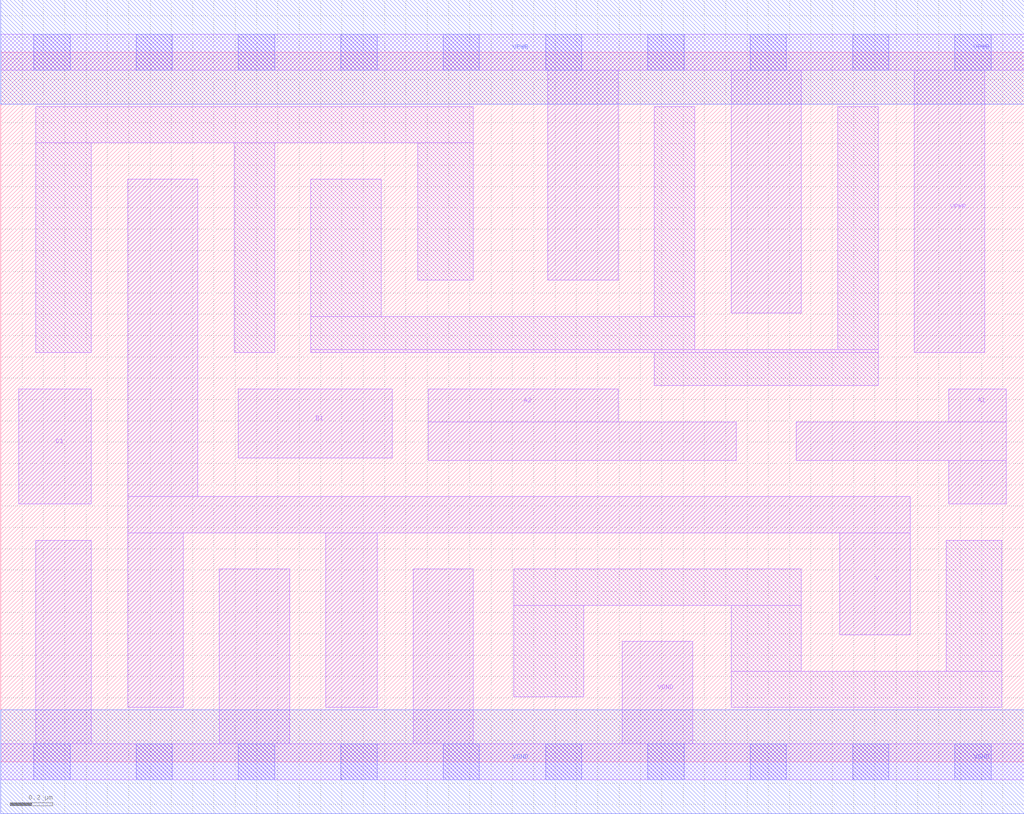
<source format=lef>
# Copyright 2020 The SkyWater PDK Authors
#
# Licensed under the Apache License, Version 2.0 (the "License");
# you may not use this file except in compliance with the License.
# You may obtain a copy of the License at
#
#     https://www.apache.org/licenses/LICENSE-2.0
#
# Unless required by applicable law or agreed to in writing, software
# distributed under the License is distributed on an "AS IS" BASIS,
# WITHOUT WARRANTIES OR CONDITIONS OF ANY KIND, either express or implied.
# See the License for the specific language governing permissions and
# limitations under the License.
#
# SPDX-License-Identifier: Apache-2.0

VERSION 5.7 ;
  NAMESCASESENSITIVE ON ;
  NOWIREEXTENSIONATPIN ON ;
  DIVIDERCHAR "/" ;
  BUSBITCHARS "[]" ;
UNITS
  DATABASE MICRONS 200 ;
END UNITS
MACRO sky130_fd_sc_lp__a211oi_2
  CLASS CORE ;
  SOURCE USER ;
  FOREIGN sky130_fd_sc_lp__a211oi_2 ;
  ORIGIN  0.000000  0.000000 ;
  SIZE  4.800000 BY  3.330000 ;
  SYMMETRY X Y R90 ;
  SITE unit ;
  PIN A1
    ANTENNAGATEAREA  0.630000 ;
    DIRECTION INPUT ;
    USE SIGNAL ;
    PORT
      LAYER li1 ;
        RECT 3.730000 1.415000 4.715000 1.595000 ;
        RECT 4.445000 1.210000 4.715000 1.415000 ;
        RECT 4.445000 1.595000 4.715000 1.750000 ;
    END
  END A1
  PIN A2
    ANTENNAGATEAREA  0.630000 ;
    DIRECTION INPUT ;
    USE SIGNAL ;
    PORT
      LAYER li1 ;
        RECT 2.005000 1.415000 3.450000 1.595000 ;
        RECT 2.005000 1.595000 2.895000 1.750000 ;
    END
  END A2
  PIN B1
    ANTENNAGATEAREA  0.630000 ;
    DIRECTION INPUT ;
    USE SIGNAL ;
    PORT
      LAYER li1 ;
        RECT 1.115000 1.425000 1.835000 1.750000 ;
    END
  END B1
  PIN C1
    ANTENNAGATEAREA  0.630000 ;
    DIRECTION INPUT ;
    USE SIGNAL ;
    PORT
      LAYER li1 ;
        RECT 0.085000 1.210000 0.425000 1.750000 ;
    END
  END C1
  PIN Y
    ANTENNADIFFAREA  1.125600 ;
    DIRECTION OUTPUT ;
    USE SIGNAL ;
    PORT
      LAYER li1 ;
        RECT 0.595000 0.255000 0.855000 1.075000 ;
        RECT 0.595000 1.075000 4.265000 1.245000 ;
        RECT 0.595000 1.245000 0.925000 2.735000 ;
        RECT 1.525000 0.255000 1.765000 1.075000 ;
        RECT 3.935000 0.595000 4.265000 1.075000 ;
    END
  END Y
  PIN VGND
    DIRECTION INOUT ;
    USE GROUND ;
    PORT
      LAYER li1 ;
        RECT 0.000000 -0.085000 4.800000 0.085000 ;
        RECT 0.165000  0.085000 0.425000 1.040000 ;
        RECT 1.025000  0.085000 1.355000 0.905000 ;
        RECT 1.935000  0.085000 2.215000 0.905000 ;
        RECT 2.915000  0.085000 3.245000 0.565000 ;
      LAYER mcon ;
        RECT 0.155000 -0.085000 0.325000 0.085000 ;
        RECT 0.635000 -0.085000 0.805000 0.085000 ;
        RECT 1.115000 -0.085000 1.285000 0.085000 ;
        RECT 1.595000 -0.085000 1.765000 0.085000 ;
        RECT 2.075000 -0.085000 2.245000 0.085000 ;
        RECT 2.555000 -0.085000 2.725000 0.085000 ;
        RECT 3.035000 -0.085000 3.205000 0.085000 ;
        RECT 3.515000 -0.085000 3.685000 0.085000 ;
        RECT 3.995000 -0.085000 4.165000 0.085000 ;
        RECT 4.475000 -0.085000 4.645000 0.085000 ;
      LAYER met1 ;
        RECT 0.000000 -0.245000 4.800000 0.245000 ;
    END
  END VGND
  PIN VPWR
    DIRECTION INOUT ;
    USE POWER ;
    PORT
      LAYER li1 ;
        RECT 0.000000 3.245000 4.800000 3.415000 ;
        RECT 2.565000 2.260000 2.895000 3.245000 ;
        RECT 3.425000 2.105000 3.755000 3.245000 ;
        RECT 4.285000 1.920000 4.615000 3.245000 ;
      LAYER mcon ;
        RECT 0.155000 3.245000 0.325000 3.415000 ;
        RECT 0.635000 3.245000 0.805000 3.415000 ;
        RECT 1.115000 3.245000 1.285000 3.415000 ;
        RECT 1.595000 3.245000 1.765000 3.415000 ;
        RECT 2.075000 3.245000 2.245000 3.415000 ;
        RECT 2.555000 3.245000 2.725000 3.415000 ;
        RECT 3.035000 3.245000 3.205000 3.415000 ;
        RECT 3.515000 3.245000 3.685000 3.415000 ;
        RECT 3.995000 3.245000 4.165000 3.415000 ;
        RECT 4.475000 3.245000 4.645000 3.415000 ;
      LAYER met1 ;
        RECT 0.000000 3.085000 4.800000 3.575000 ;
    END
  END VPWR
  OBS
    LAYER li1 ;
      RECT 0.165000 1.920000 0.425000 2.905000 ;
      RECT 0.165000 2.905000 2.215000 3.075000 ;
      RECT 1.095000 1.920000 1.285000 2.905000 ;
      RECT 1.455000 1.920000 4.115000 1.935000 ;
      RECT 1.455000 1.935000 3.255000 2.090000 ;
      RECT 1.455000 2.090000 1.785000 2.735000 ;
      RECT 1.955000 2.260000 2.215000 2.905000 ;
      RECT 2.405000 0.305000 2.735000 0.735000 ;
      RECT 2.405000 0.735000 3.755000 0.905000 ;
      RECT 3.065000 1.765000 4.115000 1.920000 ;
      RECT 3.065000 2.090000 3.255000 3.075000 ;
      RECT 3.425000 0.255000 4.695000 0.425000 ;
      RECT 3.425000 0.425000 3.755000 0.735000 ;
      RECT 3.925000 1.935000 4.115000 3.075000 ;
      RECT 4.435000 0.425000 4.695000 1.040000 ;
  END
END sky130_fd_sc_lp__a211oi_2

</source>
